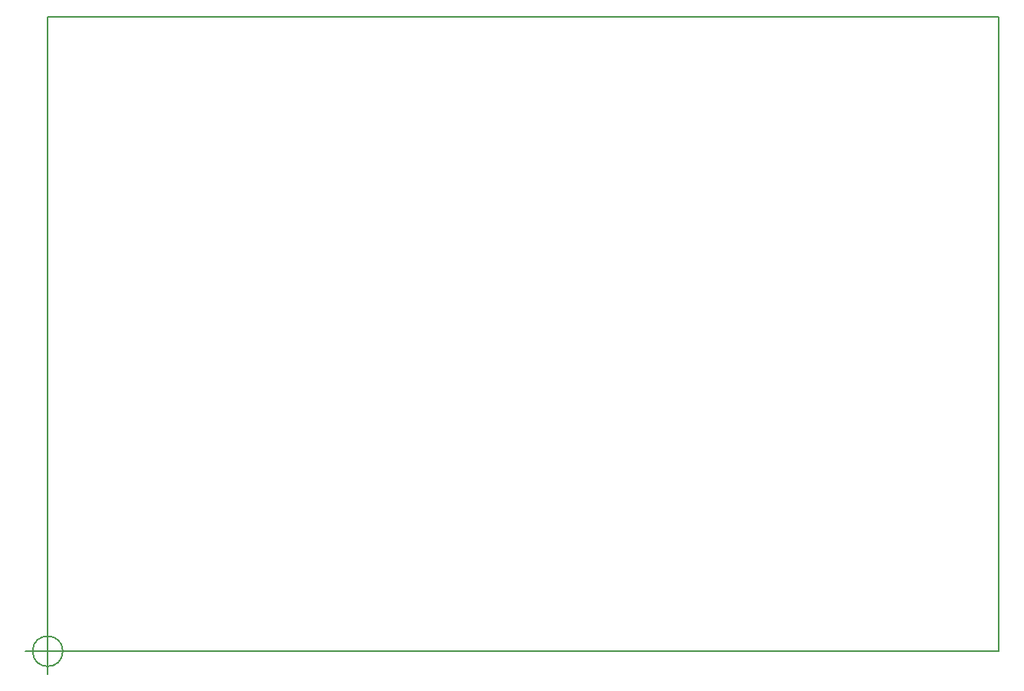
<source format=gm1>
G04 #@! TF.FileFunction,Profile,NP*
%FSLAX46Y46*%
G04 Gerber Fmt 4.6, Leading zero omitted, Abs format (unit mm)*
G04 Created by KiCad (PCBNEW 4.0.6) date 05/08/17 11:25:49*
%MOMM*%
%LPD*%
G01*
G04 APERTURE LIST*
%ADD10C,0.100000*%
%ADD11C,0.150000*%
G04 APERTURE END LIST*
D10*
D11*
X113030000Y-36680000D02*
X218030000Y-36680000D01*
X218030000Y-106680000D02*
X113030000Y-106680000D01*
X218030000Y-36680000D02*
X218030000Y-106680000D01*
X113030000Y-106680000D02*
X113030000Y-36680000D01*
X114696666Y-106680000D02*
G75*
G03X114696666Y-106680000I-1666666J0D01*
G01*
X110530000Y-106680000D02*
X115530000Y-106680000D01*
X113030000Y-104180000D02*
X113030000Y-109180000D01*
M02*

</source>
